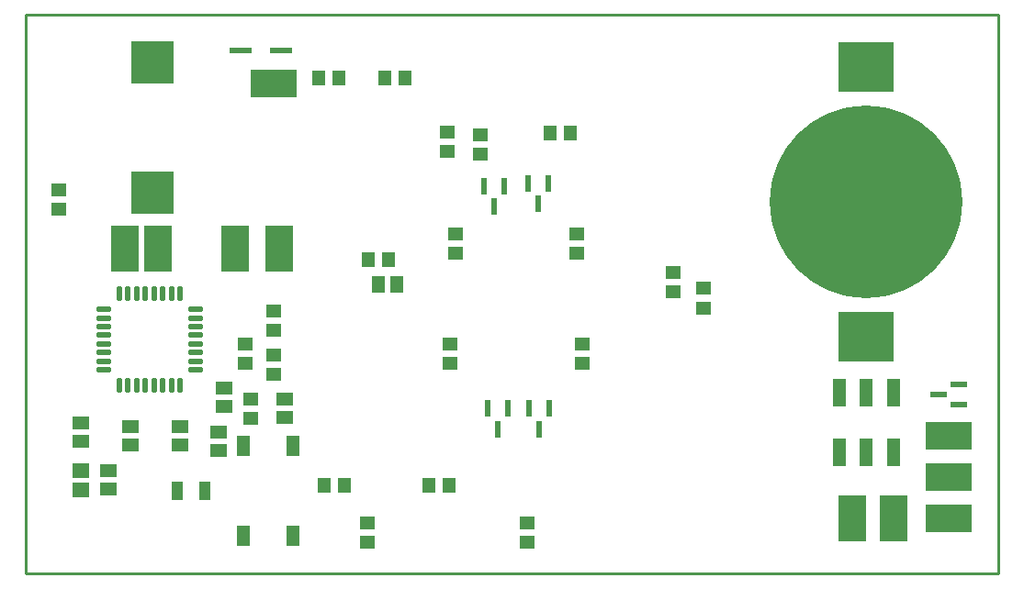
<source format=gbp>
G04 Layer_Color=128*
%FSLAX25Y25*%
%MOIN*%
G70*
G01*
G75*
%ADD12R,0.05512X0.04724*%
%ADD14C,0.01000*%
%ADD23R,0.04724X0.05512*%
%ADD24R,0.05118X0.05905*%
%ADD25R,0.03937X0.07087*%
%ADD26R,0.05118X0.07480*%
%ADD27O,0.02165X0.05709*%
%ADD28O,0.05709X0.02165*%
%ADD29R,0.10236X0.16535*%
%ADD30R,0.04724X0.09842*%
%ADD31R,0.05905X0.05512*%
%ADD32R,0.05905X0.05118*%
%ADD33R,0.16535X0.10236*%
%ADD34R,0.15748X0.15748*%
%ADD35R,0.07874X0.02362*%
%ADD36R,0.02362X0.05905*%
%ADD37R,0.05905X0.02362*%
%ADD38R,0.20000X0.18000*%
%ADD39C,0.70000*%
D12*
X124000Y18543D02*
D03*
Y11457D02*
D03*
X182000Y18543D02*
D03*
Y11457D02*
D03*
X165000Y152457D02*
D03*
Y159543D02*
D03*
X153000Y153457D02*
D03*
Y160543D02*
D03*
X246000Y103574D02*
D03*
Y96488D02*
D03*
X235000Y102457D02*
D03*
Y109543D02*
D03*
X79800Y76457D02*
D03*
Y83543D02*
D03*
X81500Y63543D02*
D03*
Y56457D02*
D03*
X90000Y95543D02*
D03*
Y88457D02*
D03*
X90000Y72457D02*
D03*
Y79543D02*
D03*
X12000Y139543D02*
D03*
Y132457D02*
D03*
X200000Y116457D02*
D03*
Y123543D02*
D03*
X156000Y116457D02*
D03*
Y123543D02*
D03*
X154000Y83543D02*
D03*
Y76457D02*
D03*
X202000Y83543D02*
D03*
Y76457D02*
D03*
D14*
X0Y0D02*
X353000D01*
X0D02*
Y203000D01*
X353000D01*
Y0D02*
Y203000D01*
D23*
X115543Y32000D02*
D03*
X108457D02*
D03*
X190457Y160000D02*
D03*
X197543D02*
D03*
X146426Y32000D02*
D03*
X153512D02*
D03*
X113543Y180000D02*
D03*
X106457D02*
D03*
X130457Y180000D02*
D03*
X137543D02*
D03*
X131543Y114000D02*
D03*
X124457D02*
D03*
D24*
X127854Y104900D02*
D03*
X134546D02*
D03*
D25*
X64921Y30000D02*
D03*
X55079D02*
D03*
D26*
X96858Y13661D02*
D03*
Y46339D02*
D03*
X79142D02*
D03*
Y13661D02*
D03*
D27*
X56024Y68366D02*
D03*
X52874D02*
D03*
X49724D02*
D03*
X46575D02*
D03*
X43425D02*
D03*
X40276D02*
D03*
X37126D02*
D03*
X33976D02*
D03*
Y101634D02*
D03*
X37126D02*
D03*
X40276D02*
D03*
X43425D02*
D03*
X46575D02*
D03*
X49724D02*
D03*
X52874D02*
D03*
X56024D02*
D03*
D28*
X28366Y73976D02*
D03*
Y77126D02*
D03*
Y80276D02*
D03*
Y83425D02*
D03*
Y86575D02*
D03*
Y89724D02*
D03*
Y92874D02*
D03*
Y96024D02*
D03*
X61634D02*
D03*
Y92874D02*
D03*
Y89724D02*
D03*
Y86575D02*
D03*
Y83425D02*
D03*
Y80276D02*
D03*
Y77126D02*
D03*
Y73976D02*
D03*
D29*
X48000Y118000D02*
D03*
X36000D02*
D03*
X315000Y20000D02*
D03*
X300000D02*
D03*
X76000Y118000D02*
D03*
X92000D02*
D03*
D30*
X295158Y65827D02*
D03*
X305000D02*
D03*
X314843D02*
D03*
X295158Y44173D02*
D03*
X305000D02*
D03*
X314843D02*
D03*
D31*
X20000Y30457D02*
D03*
Y37543D02*
D03*
D32*
Y48000D02*
D03*
Y54693D02*
D03*
X30000Y37347D02*
D03*
Y30654D02*
D03*
X56000Y53347D02*
D03*
Y46654D02*
D03*
X70000Y44653D02*
D03*
Y51346D02*
D03*
X72000Y67347D02*
D03*
Y60654D02*
D03*
X38000Y46654D02*
D03*
Y53347D02*
D03*
X94000Y63346D02*
D03*
Y56653D02*
D03*
D33*
X335000Y20000D02*
D03*
Y50000D02*
D03*
Y35000D02*
D03*
X90000Y178000D02*
D03*
D34*
X46000Y138378D02*
D03*
Y185622D02*
D03*
D35*
X92764Y190000D02*
D03*
X78000D02*
D03*
D36*
X182520Y60000D02*
D03*
X190000D02*
D03*
X186260Y52520D02*
D03*
X167520Y60000D02*
D03*
X175000D02*
D03*
X171260Y52520D02*
D03*
X166260Y140740D02*
D03*
X173740D02*
D03*
X170000Y133260D02*
D03*
X182260Y141740D02*
D03*
X189740D02*
D03*
X186000Y134260D02*
D03*
D37*
X338740Y68740D02*
D03*
Y61260D02*
D03*
X331260Y65000D02*
D03*
D38*
X305000Y86000D02*
D03*
Y184000D02*
D03*
D39*
Y135000D02*
D03*
M02*

</source>
